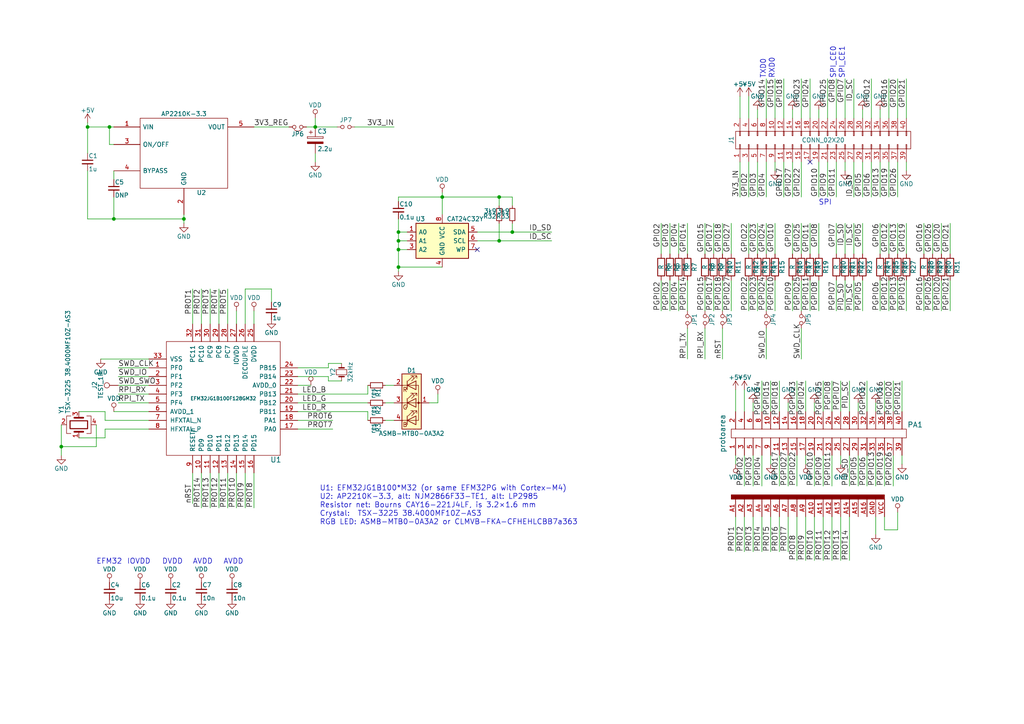
<source format=kicad_sch>
(kicad_sch (version 20230121) (generator eeschema)
  (paper "A4")
  (title_block (title "Raspberry Pi Gecko hat") (company "Jonas Norling"))
  (junction (at 115.57 77.47))
  (junction (at 53.34 63.5))
  (junction (at 33.02 63.5))
  (junction (at 91.44 36.83))
  (junction (at 148.59 67.31))
  (junction (at 31.75 36.83))
  (junction (at 115.57 69.85))
  (junction (at 17.78 129.54))
  (junction (at 25.4 36.83))
  (junction (at 128.27 57.15))
  (junction (at 115.57 67.31))
  (junction (at 144.78 57.15))
  (junction (at 115.57 72.39))
  (junction (at 144.78 69.85))
  (no_connect (at 138.43 72.39))
  (no_connect (at 234.95 46.99))
  (wire (pts (xy 256.54 119.38) (xy 256.54 110.49)))
  (wire (pts (xy 43.18 109.22) (xy 34.29 109.22)))
  (wire (pts (xy 215.9 160.02) (xy 215.9 149.86)))
  (wire (pts (xy 262.89 81.28) (xy 262.89 90.17)))
  (wire (pts (xy 115.57 57.15) (xy 128.27 57.15)))
  (wire (pts (xy 115.57 69.85) (xy 115.57 72.39)))
  (wire (pts (xy 68.58 90.17) (xy 68.58 93.98)))
  (wire (pts (xy 63.5 93.98) (xy 63.5 83.82)))
  (wire (pts (xy 115.57 63.5) (xy 115.57 67.31)))
  (wire (pts (xy 86.36 119.38) (xy 106.68 119.38)))
  (wire (pts (xy 111.76 121.92) (xy 114.3 121.92)))
  (wire (pts (xy 95.25 110.49) (xy 99.06 110.49)))
  (wire (pts (xy 53.34 62.23) (xy 53.34 63.5)))
  (wire (pts (xy 138.43 67.31) (xy 148.59 67.31)))
  (wire (pts (xy 275.59 81.28) (xy 275.59 90.17)))
  (wire (pts (xy 238.76 119.38) (xy 238.76 110.49)))
  (wire (pts (xy 227.33 34.29) (xy 227.33 22.86)))
  (wire (pts (xy 63.5 147.32) (xy 63.5 137.16)))
  (wire (pts (xy 251.46 119.38) (xy 251.46 110.49)))
  (wire (pts (xy 243.84 162.56) (xy 243.84 149.86)))
  (wire (pts (xy 217.17 46.99) (xy 217.17 57.15)))
  (wire (pts (xy 30.48 127) (xy 22.86 127)))
  (wire (pts (xy 33.02 49.53) (xy 33.02 52.07)))
  (wire (pts (xy 270.51 81.28) (xy 270.51 90.17)))
  (wire (pts (xy 217.17 64.77) (xy 217.17 73.66)))
  (wire (pts (xy 220.98 160.02) (xy 220.98 149.86)))
  (wire (pts (xy 246.38 140.97) (xy 246.38 132.08)))
  (wire (pts (xy 30.48 119.38) (xy 22.86 119.38)))
  (wire (pts (xy 111.76 111.76) (xy 114.3 111.76)))
  (wire (pts (xy 196.85 81.28) (xy 196.85 90.17)))
  (wire (pts (xy 251.46 140.97) (xy 251.46 132.08)))
  (wire (pts (xy 128.27 77.47) (xy 115.57 77.47)))
  (wire (pts (xy 236.22 116.84) (xy 236.22 119.38)))
  (wire (pts (xy 247.65 73.66) (xy 247.65 64.77)))
  (wire (pts (xy 252.73 46.99) (xy 252.73 57.15)))
  (wire (pts (xy 248.92 116.84) (xy 248.92 119.38)))
  (wire (pts (xy 227.33 46.99) (xy 227.33 57.15)))
  (wire (pts (xy 260.35 73.66) (xy 260.35 64.77)))
  (wire (pts (xy 222.25 57.15) (xy 222.25 46.99)))
  (wire (pts (xy 241.3 162.56) (xy 241.3 149.86)))
  (wire (pts (xy 245.11 73.66) (xy 245.11 64.77)))
  (wire (pts (xy 234.95 81.28) (xy 234.95 90.17)))
  (wire (pts (xy 115.57 72.39) (xy 115.57 77.47)))
  (wire (pts (xy 191.77 81.28) (xy 191.77 90.17)))
  (wire (pts (xy 224.79 34.29) (xy 224.79 22.86)))
  (wire (pts (xy 144.78 69.85) (xy 160.02 69.85)))
  (wire (pts (xy 43.18 111.76) (xy 34.29 111.76)))
  (wire (pts (xy 204.47 90.17) (xy 204.47 81.28)))
  (wire (pts (xy 245.11 81.28) (xy 245.11 90.17)))
  (wire (pts (xy 243.84 119.38) (xy 243.84 110.49)))
  (wire (pts (xy 214.63 27.94) (xy 214.63 34.29)))
  (wire (pts (xy 209.55 64.77) (xy 209.55 73.66)))
  (wire (pts (xy 127 116.84) (xy 127 114.3)))
  (wire (pts (xy 199.39 95.25) (xy 199.39 104.14)))
  (wire (pts (xy 222.25 64.77) (xy 222.25 73.66)))
  (wire (pts (xy 91.44 36.83) (xy 97.79 36.83)))
  (wire (pts (xy 95.25 105.41) (xy 99.06 105.41)))
  (wire (pts (xy 259.08 140.97) (xy 259.08 132.08)))
  (wire (pts (xy 86.36 116.84) (xy 106.68 116.84)))
  (wire (pts (xy 17.78 129.54) (xy 17.78 132.08)))
  (wire (pts (xy 223.52 134.62) (xy 223.52 132.08)))
  (wire (pts (xy 86.36 114.3) (xy 106.68 114.3)))
  (wire (pts (xy 128.27 57.15) (xy 128.27 62.23)))
  (wire (pts (xy 30.48 124.46) (xy 30.48 127)))
  (wire (pts (xy 118.11 69.85) (xy 115.57 69.85)))
  (wire (pts (xy 228.6 116.84) (xy 228.6 119.38)))
  (wire (pts (xy 219.71 57.15) (xy 219.71 46.99)))
  (wire (pts (xy 207.01 64.77) (xy 207.01 73.66)))
  (wire (pts (xy 226.06 160.02) (xy 226.06 149.86)))
  (wire (pts (xy 29.21 104.14) (xy 43.18 104.14)))
  (wire (pts (xy 95.25 106.68) (xy 95.25 105.41)))
  (wire (pts (xy 250.19 46.99) (xy 250.19 57.15)))
  (wire (pts (xy 213.36 160.02) (xy 213.36 149.86)))
  (wire (pts (xy 246.38 162.56) (xy 246.38 149.86)))
  (wire (pts (xy 25.4 63.5) (xy 33.02 63.5)))
  (wire (pts (xy 218.44 160.02) (xy 218.44 149.86)))
  (wire (pts (xy 255.27 73.66) (xy 255.27 64.77)))
  (wire (pts (xy 30.48 124.46) (xy 43.18 124.46)))
  (wire (pts (xy 223.52 119.38) (xy 223.52 110.49)))
  (wire (pts (xy 25.4 49.53) (xy 25.4 63.5)))
  (wire (pts (xy 219.71 31.75) (xy 219.71 34.29)))
  (wire (pts (xy 242.57 73.66) (xy 242.57 64.77)))
  (wire (pts (xy 222.25 90.17) (xy 222.25 81.28)))
  (wire (pts (xy 231.14 140.97) (xy 231.14 132.08)))
  (wire (pts (xy 68.58 147.32) (xy 68.58 137.16)))
  (wire (pts (xy 33.02 41.91) (xy 31.75 41.91)))
  (wire (pts (xy 30.48 121.92) (xy 43.18 121.92)))
  (wire (pts (xy 243.84 134.62) (xy 243.84 132.08)))
  (wire (pts (xy 250.19 81.28) (xy 250.19 90.17)))
  (wire (pts (xy 220.98 119.38) (xy 220.98 110.49)))
  (wire (pts (xy 209.55 90.17) (xy 209.55 81.28)))
  (wire (pts (xy 254 116.84) (xy 254 119.38)))
  (wire (pts (xy 194.31 64.77) (xy 194.31 73.66)))
  (wire (pts (xy 257.81 34.29) (xy 257.81 22.86)))
  (wire (pts (xy 43.18 116.84) (xy 34.29 116.84)))
  (wire (pts (xy 194.31 81.28) (xy 194.31 90.17)))
  (wire (pts (xy 242.57 46.99) (xy 242.57 57.15)))
  (wire (pts (xy 60.96 147.32) (xy 60.96 137.16)))
  (wire (pts (xy 118.11 72.39) (xy 115.57 72.39)))
  (wire (pts (xy 66.04 147.32) (xy 66.04 137.16)))
  (wire (pts (xy 31.75 41.91) (xy 31.75 36.83)))
  (wire (pts (xy 91.44 34.29) (xy 91.44 36.83)))
  (wire (pts (xy 214.63 46.99) (xy 214.63 57.15)))
  (wire (pts (xy 127 116.84) (xy 124.46 116.84)))
  (wire (pts (xy 273.05 81.28) (xy 273.05 90.17)))
  (wire (pts (xy 25.4 36.83) (xy 31.75 36.83)))
  (wire (pts (xy 232.41 22.86) (xy 232.41 34.29)))
  (wire (pts (xy 31.75 36.83) (xy 33.02 36.83)))
  (wire (pts (xy 232.41 64.77) (xy 232.41 73.66)))
  (wire (pts (xy 17.78 123.19) (xy 17.78 129.54)))
  (wire (pts (xy 240.03 46.99) (xy 240.03 57.15)))
  (wire (pts (xy 78.74 87.63) (xy 78.74 83.82)))
  (wire (pts (xy 234.95 34.29) (xy 234.95 22.86)))
  (wire (pts (xy 231.14 119.38) (xy 231.14 110.49)))
  (wire (pts (xy 215.9 140.97) (xy 215.9 132.08)))
  (wire (pts (xy 241.3 140.97) (xy 241.3 132.08)))
  (wire (pts (xy 250.19 31.75) (xy 250.19 34.29)))
  (wire (pts (xy 86.36 106.68) (xy 95.25 106.68)))
  (wire (pts (xy 226.06 119.38) (xy 226.06 110.49)))
  (wire (pts (xy 247.65 22.86) (xy 247.65 34.29)))
  (wire (pts (xy 148.59 57.15) (xy 148.59 59.69)))
  (wire (pts (xy 255.27 34.29) (xy 255.27 31.75)))
  (wire (pts (xy 232.41 95.25) (xy 232.41 104.14)))
  (wire (pts (xy 217.17 27.94) (xy 217.17 34.29)))
  (wire (pts (xy 60.96 93.98) (xy 60.96 83.82)))
  (wire (pts (xy 71.12 147.32) (xy 71.12 137.16)))
  (wire (pts (xy 240.03 34.29) (xy 240.03 22.86)))
  (wire (pts (xy 242.57 34.29) (xy 242.57 22.86)))
  (wire (pts (xy 232.41 46.99) (xy 232.41 57.15)))
  (wire (pts (xy 219.71 81.28) (xy 219.71 90.17)))
  (wire (pts (xy 267.97 73.66) (xy 267.97 64.77)))
  (wire (pts (xy 71.12 83.82) (xy 71.12 93.98)))
  (wire (pts (xy 260.35 153.67) (xy 260.35 148.59)))
  (wire (pts (xy 237.49 34.29) (xy 237.49 31.75)))
  (wire (pts (xy 260.35 34.29) (xy 260.35 22.86)))
  (wire (pts (xy 43.18 106.68) (xy 34.29 106.68)))
  (wire (pts (xy 204.47 95.25) (xy 204.47 104.14)))
  (wire (pts (xy 224.79 46.99) (xy 224.79 49.53)))
  (wire (pts (xy 55.88 93.98) (xy 55.88 83.82)))
  (wire (pts (xy 247.65 81.28) (xy 247.65 90.17)))
  (wire (pts (xy 215.9 113.03) (xy 215.9 119.38)))
  (wire (pts (xy 218.44 116.84) (xy 218.44 119.38)))
  (wire (pts (xy 254 149.86) (xy 254 154.94)))
  (wire (pts (xy 199.39 81.28) (xy 199.39 90.17)))
  (wire (pts (xy 254 140.97) (xy 254 132.08)))
  (wire (pts (xy 237.49 73.66) (xy 237.49 64.77)))
  (wire (pts (xy 213.36 134.62) (xy 213.36 132.08)))
  (wire (pts (xy 229.87 46.99) (xy 229.87 57.15)))
  (wire (pts (xy 247.65 46.99) (xy 247.65 57.15)))
  (wire (pts (xy 222.25 34.29) (xy 222.25 22.86)))
  (wire (pts (xy 212.09 64.77) (xy 212.09 73.66)))
  (wire (pts (xy 228.6 160.02) (xy 228.6 149.86)))
  (wire (pts (xy 255.27 46.99) (xy 255.27 57.15)))
  (wire (pts (xy 78.74 83.82) (xy 71.12 83.82)))
  (wire (pts (xy 242.57 81.28) (xy 242.57 90.17)))
  (wire (pts (xy 220.98 140.97) (xy 220.98 132.08)))
  (wire (pts (xy 111.76 116.84) (xy 114.3 116.84)))
  (wire (pts (xy 238.76 140.97) (xy 238.76 132.08)))
  (wire (pts (xy 256.54 153.67) (xy 260.35 153.67)))
  (wire (pts (xy 256.54 140.97) (xy 256.54 132.08)))
  (wire (pts (xy 73.66 90.17) (xy 73.66 93.98)))
  (wire (pts (xy 207.01 81.28) (xy 207.01 90.17)))
  (wire (pts (xy 204.47 73.66) (xy 204.47 64.77)))
  (wire (pts (xy 138.43 69.85) (xy 144.78 69.85)))
  (wire (pts (xy 106.68 119.38) (xy 106.68 121.92)))
  (wire (pts (xy 73.66 147.32) (xy 73.66 137.16)))
  (wire (pts (xy 229.87 90.17) (xy 229.87 81.28)))
  (wire (pts (xy 261.62 119.38) (xy 261.62 110.49)))
  (wire (pts (xy 199.39 73.66) (xy 199.39 64.77)))
  (wire (pts (xy 270.51 64.77) (xy 270.51 73.66)))
  (wire (pts (xy 53.34 63.5) (xy 53.34 64.77)))
  (wire (pts (xy 228.6 140.97) (xy 228.6 132.08)))
  (wire (pts (xy 33.02 119.38) (xy 43.18 119.38)))
  (wire (pts (xy 262.89 34.29) (xy 262.89 22.86)))
  (wire (pts (xy 102.87 36.83) (xy 114.3 36.83)))
  (wire (pts (xy 262.89 49.53) (xy 262.89 46.99)))
  (wire (pts (xy 115.57 77.47) (xy 115.57 78.74)))
  (wire (pts (xy 90.17 111.76) (xy 86.36 111.76)))
  (wire (pts (xy 196.85 64.77) (xy 196.85 73.66)))
  (wire (pts (xy 73.66 36.83) (xy 83.82 36.83)))
  (wire (pts (xy 257.81 46.99) (xy 257.81 57.15)))
  (wire (pts (xy 236.22 162.56) (xy 236.22 149.86)))
  (wire (pts (xy 43.18 114.3) (xy 34.29 114.3)))
  (wire (pts (xy 257.81 73.66) (xy 257.81 64.77)))
  (wire (pts (xy 246.38 119.38) (xy 246.38 110.49)))
  (wire (pts (xy 267.97 81.28) (xy 267.97 90.17)))
  (wire (pts (xy 219.71 73.66) (xy 219.71 64.77)))
  (wire (pts (xy 224.79 64.77) (xy 224.79 73.66)))
  (wire (pts (xy 252.73 34.29) (xy 252.73 22.86)))
  (wire (pts (xy 236.22 140.97) (xy 236.22 132.08)))
  (wire (pts (xy 245.11 22.86) (xy 245.11 34.29)))
  (wire (pts (xy 27.94 123.19) (xy 27.94 129.54)))
  (wire (pts (xy 128.27 57.15) (xy 144.78 57.15)))
  (wire (pts (xy 30.48 121.92) (xy 30.48 119.38)))
  (wire (pts (xy 232.41 90.17) (xy 232.41 81.28)))
  (wire (pts (xy 58.42 147.32) (xy 58.42 137.16)))
  (wire (pts (xy 248.92 140.97) (xy 248.92 132.08)))
  (wire (pts (xy 115.57 58.42) (xy 115.57 57.15)))
  (wire (pts (xy 25.4 35.56) (xy 25.4 36.83)))
  (wire (pts (xy 106.68 114.3) (xy 106.68 111.76)))
  (wire (pts (xy 257.81 81.28) (xy 257.81 90.17)))
  (wire (pts (xy 229.87 73.66) (xy 229.87 64.77)))
  (wire (pts (xy 224.79 81.28) (xy 224.79 90.17)))
  (wire (pts (xy 260.35 46.99) (xy 260.35 57.15)))
  (wire (pts (xy 234.95 73.66) (xy 234.95 64.77)))
  (wire (pts (xy 259.08 119.38) (xy 259.08 110.49)))
  (wire (pts (xy 250.19 73.66) (xy 250.19 64.77)))
  (wire (pts (xy 91.44 44.45) (xy 91.44 46.99)))
  (wire (pts (xy 256.54 149.86) (xy 256.54 153.67)))
  (wire (pts (xy 233.68 162.56) (xy 233.68 149.86)))
  (wire (pts (xy 25.4 36.83) (xy 25.4 44.45)))
  (wire (pts (xy 229.87 31.75) (xy 229.87 34.29)))
  (wire (pts (xy 218.44 140.97) (xy 218.44 132.08)))
  (wire (pts (xy 262.89 64.77) (xy 262.89 73.66)))
  (wire (pts (xy 226.06 140.97) (xy 226.06 132.08)))
  (wire (pts (xy 222.25 95.25) (xy 222.25 104.14)))
  (wire (pts (xy 88.9 36.83) (xy 91.44 36.83)))
  (wire (pts (xy 33.02 63.5) (xy 53.34 63.5)))
  (wire (pts (xy 191.77 64.77) (xy 191.77 73.66)))
  (wire (pts (xy 27.94 129.54) (xy 17.78 129.54)))
  (wire (pts (xy 260.35 81.28) (xy 260.35 90.17)))
  (wire (pts (xy 58.42 93.98) (xy 58.42 83.82)))
  (wire (pts (xy 233.68 119.38) (xy 233.68 110.49)))
  (wire (pts (xy 273.05 73.66) (xy 273.05 64.77)))
  (wire (pts (xy 144.78 59.69) (xy 144.78 57.15)))
  (wire (pts (xy 144.78 57.15) (xy 148.59 57.15)))
  (wire (pts (xy 33.02 57.15) (xy 33.02 63.5)))
  (wire (pts (xy 212.09 81.28) (xy 212.09 90.17)))
  (wire (pts (xy 66.04 93.98) (xy 66.04 83.82)))
  (wire (pts (xy 238.76 162.56) (xy 238.76 149.86)))
  (wire (pts (xy 148.59 64.77) (xy 148.59 67.31)))
  (wire (pts (xy 115.57 67.31) (xy 115.57 69.85)))
  (wire (pts (xy 233.68 134.62) (xy 233.68 132.08)))
  (wire (pts (xy 245.11 49.53) (xy 245.11 46.99)))
  (wire (pts (xy 223.52 160.02) (xy 223.52 149.86)))
  (wire (pts (xy 213.36 113.03) (xy 213.36 119.38)))
  (wire (pts (xy 86.36 109.22) (xy 95.25 109.22)))
  (wire (pts (xy 275.59 64.77) (xy 275.59 73.66)))
  (wire (pts (xy 209.55 95.25) (xy 209.55 104.14)))
  (wire (pts (xy 148.59 67.31) (xy 160.02 67.31)))
  (wire (pts (xy 255.27 81.28) (xy 255.27 90.17)))
  (wire (pts (xy 128.27 55.88) (xy 128.27 57.15)))
  (wire (pts (xy 261.62 134.62) (xy 261.62 132.08)))
  (wire (pts (xy 118.11 67.31) (xy 115.57 67.31)))
  (wire (pts (xy 241.3 119.38) (xy 241.3 110.49)))
  (wire (pts (xy 86.36 124.46) (xy 96.52 124.46)))
  (wire (pts (xy 144.78 64.77) (xy 144.78 69.85)))
  (wire (pts (xy 86.36 121.92) (xy 96.52 121.92)))
  (wire (pts (xy 237.49 46.99) (xy 237.49 57.15)))
  (wire (pts (xy 95.25 109.22) (xy 95.25 110.49)))
  (wire (pts (xy 217.17 81.28) (xy 217.17 90.17)))
  (wire (pts (xy 237.49 81.28) (xy 237.49 90.17)))
  (wire (pts (xy 231.14 162.56) (xy 231.14 149.86)))
  (wire (pts (xy 55.88 137.16) (xy 55.88 146.05)))
  (text "SPI_CE0" (at 242.57 22.86 90) (effects (font (size 1.524 1.524)) (justify left bottom)))
  (text "AVDD" (at 55.88 163.83 0) (effects (font (size 1.524 1.524)) (justify left bottom)))
  (text "AVDD" (at 64.77 163.83 0) (effects (font (size 1.524 1.524)) (justify left bottom)))
  (text "EFM32" (at 27.94 163.83 0) (effects (font (size 1.524 1.524)) (justify left bottom)))
  (text "U1: EFM32JG1B100*M32 (or same EFM32PG with Cortex-M4)\nU2: AP2210K-3.3, alt: NJM2866F33-TE1, alt: LP2985\nResistor net: Bourns CAY16-221J4LF, is 3.2×1.6 mm\nCrystal:  TSX-3225 38.4000MF10Z-AS3\nRGB LED: ASMB-MTB0-0A3A2 or CLMVB-FKA-CFHEHLCBB7a363\n" (at 92.71 152.4 0) (effects (font (size 1.524 1.524)) (justify left bottom)))
  (text "IOVDD" (at 36.83 163.83 0) (effects (font (size 1.524 1.524)) (justify left bottom)))
  (text "DVDD" (at 46.99 163.83 0) (effects (font (size 1.524 1.524)) (justify left bottom)))
  (text "RXD0" (at 224.79 22.86 90) (effects (font (size 1.524 1.524)) (justify left bottom)))
  (text "SPI" (at 241.3 59.69 0) (effects (font (size 1.524 1.524)) (justify right bottom)))
  (text "SPI_CE1" (at 245.11 22.86 90) (effects (font (size 1.524 1.524)) (justify left bottom)))
  (text "TXD0" (at 222.25 22.86 90) (effects (font (size 1.524 1.524)) (justify left bottom)))
  (label "PROT11" (at 66.04 147.32 90) (effects (font (size 1.524 1.524))))
  (label "PROT2" (at 58.42 83.82 270) (effects (font (size 1.524 1.524))))
  (label "GPIO25" (at 232.41 64.77 270) (effects (font (size 1.524 1.524))))
  (label "PGPIO21" (at 261.62 110.49 270) (effects (font (size 1.524 1.524))))
  (label "RPI_TX" (at 34.29 116.84 0) (effects (font (size 1.524 1.524))))
  (label "GPIO15" (at 224.79 22.86 270) (effects (font (size 1.524 1.524))))
  (label "GPIO27" (at 229.87 57.15 90) (effects (font (size 1.524 1.524))))
  (label "PGPIO18" (at 226.06 110.49 270) (effects (font (size 1.524 1.524))))
  (label "PGPIO20" (at 259.08 110.49 270) (effects (font (size 1.524 1.524))))
  (label "PROT3" (at 218.44 160.02 90) (effects (font (size 1.524 1.524))))
  (label "GPIO7" (at 245.11 22.86 270) (effects (font (size 1.524 1.524))))
  (label "ID_SC" (at 247.65 64.77 270) (effects (font (size 1.524 1.524))))
  (label "PROT9" (at 233.68 162.56 90) (effects (font (size 1.524 1.524))))
  (label "GPIO12" (at 257.81 64.77 270) (effects (font (size 1.524 1.524))))
  (label "PROT6" (at 96.52 121.92 180) (effects (font (size 1.524 1.524))))
  (label "GPIO7" (at 242.57 64.77 270) (effects (font (size 1.524 1.524))))
  (label "PGPIO23" (at 219.71 90.17 90) (effects (font (size 1.524 1.524))))
  (label "GPIO24" (at 222.25 64.77 270) (effects (font (size 1.524 1.524))))
  (label "PGPIO11" (at 234.95 90.17 90) (effects (font (size 1.524 1.524))))
  (label "PGPIO17" (at 226.06 140.97 90) (effects (font (size 1.524 1.524))))
  (label "PGPIO25" (at 232.41 90.17 90) (effects (font (size 1.524 1.524))))
  (label "GPIO10" (at 237.49 57.15 90) (effects (font (size 1.524 1.524))))
  (label "PGPIO5" (at 248.92 140.97 90) (effects (font (size 1.524 1.524))))
  (label "PGPIO27" (at 228.6 140.97 90) (effects (font (size 1.524 1.524))))
  (label "PGPIO12" (at 257.81 90.17 90) (effects (font (size 1.524 1.524))))
  (label "PGPIO10" (at 236.22 140.97 90) (effects (font (size 1.524 1.524))))
  (label "SWD_SWO" (at 34.29 111.76 0) (effects (font (size 1.524 1.524))))
  (label "PGPIO2" (at 191.77 90.17 90) (effects (font (size 1.524 1.524))))
  (label "GPIO26" (at 260.35 57.15 90) (effects (font (size 1.524 1.524))))
  (label "ID_SD" (at 160.02 67.31 180) (effects (font (size 1.524 1.524))))
  (label "PGPIO8" (at 241.3 110.49 270) (effects (font (size 1.524 1.524))))
  (label "RPI_RX" (at 34.29 114.3 0) (effects (font (size 1.524 1.524))))
  (label "PGPIO16" (at 256.54 110.49 270) (effects (font (size 1.524 1.524))))
  (label "PGPIO2" (at 215.9 140.97 90) (effects (font (size 1.524 1.524))))
  (label "SWD_IO" (at 34.29 109.22 0) (effects (font (size 1.524 1.524))))
  (label "PGPIO3" (at 218.44 140.97 90) (effects (font (size 1.524 1.524))))
  (label "GPIO18" (at 227.33 22.86 270) (effects (font (size 1.524 1.524))))
  (label "PGPIO26" (at 259.08 140.97 90) (effects (font (size 1.524 1.524))))
  (label "SWD_CLK" (at 232.41 104.14 90) (effects (font (size 1.524 1.524))))
  (label "GPIO2" (at 191.77 64.77 270) (effects (font (size 1.524 1.524))))
  (label "GPIO9" (at 229.87 64.77 270) (effects (font (size 1.524 1.524))))
  (label "PGPIO22" (at 217.17 90.17 90) (effects (font (size 1.524 1.524))))
  (label "GPIO13" (at 255.27 57.15 90) (effects (font (size 1.524 1.524))))
  (label "PGPIO11" (at 241.3 140.97 90) (effects (font (size 1.524 1.524))))
  (label "GPIO4" (at 196.85 64.77 270) (effects (font (size 1.524 1.524))))
  (label "PGPIO20" (at 273.05 90.17 90) (effects (font (size 1.524 1.524))))
  (label "PGPIO14" (at 220.98 110.49 270) (effects (font (size 1.524 1.524))))
  (label "PROT8" (at 73.66 147.32 90) (effects (font (size 1.524 1.524))))
  (label "LED_B" (at 87.63 114.3 0) (effects (font (size 1.524 1.524))))
  (label "GPIO3" (at 194.31 64.77 270) (effects (font (size 1.524 1.524))))
  (label "PROT13" (at 60.96 147.32 90) (effects (font (size 1.524 1.524))))
  (label "PROT5" (at 66.04 83.82 270) (effects (font (size 1.524 1.524))))
  (label "GPIO23" (at 232.41 22.86 270) (effects (font (size 1.524 1.524))))
  (label "PGPIO15" (at 223.52 110.49 270) (effects (font (size 1.524 1.524))))
  (label "PGPIO24" (at 233.68 110.49 270) (effects (font (size 1.524 1.524))))
  (label "PROT14" (at 58.42 147.32 90) (effects (font (size 1.524 1.524))))
  (label "GPIO25" (at 240.03 22.86 270) (effects (font (size 1.524 1.524))))
  (label "PGPIO14" (at 199.39 90.17 90) (effects (font (size 1.524 1.524))))
  (label "GPIO19" (at 257.81 57.15 90) (effects (font (size 1.524 1.524))))
  (label "GPIO17" (at 207.01 64.77 270) (effects (font (size 1.524 1.524))))
  (label "PGPIO4" (at 196.85 90.17 90) (effects (font (size 1.524 1.524))))
  (label "PGPIO3" (at 194.31 90.17 90) (effects (font (size 1.524 1.524))))
  (label "GPIO6" (at 252.73 57.15 90) (effects (font (size 1.524 1.524))))
  (label "PGPIO4" (at 220.98 140.97 90) (effects (font (size 1.524 1.524))))
  (label "GPIO11" (at 242.57 57.15 90) (effects (font (size 1.524 1.524))))
  (label "GPIO8" (at 242.57 22.86 270) (effects (font (size 1.524 1.524))))
  (label "GPIO21" (at 275.59 64.77 270) (effects (font (size 1.524 1.524))))
  (label "GPIO14" (at 222.25 22.86 270) (effects (font (size 1.524 1.524))))
  (label "ID_SC" (at 247.65 22.86 270) (effects (font (size 1.524 1.524))))
  (label "nRST" (at 209.55 104.14 90) (effects (font (size 1.524 1.524))))
  (label "PGPIO27" (at 212.09 90.17 90) (effects (font (size 1.524 1.524))))
  (label "PROT8" (at 231.14 162.56 90) (effects (font (size 1.524 1.524))))
  (label "nRST" (at 55.88 146.05 90) (effects (font (size 1.524 1.524))))
  (label "GPIO11" (at 234.95 64.77 270) (effects (font (size 1.524 1.524))))
  (label "GPIO16" (at 267.97 64.77 270) (effects (font (size 1.524 1.524))))
  (label "PROT2" (at 215.9 160.02 90) (effects (font (size 1.524 1.524))))
  (label "PGPIO21" (at 275.59 90.17 90) (effects (font (size 1.524 1.524))))
  (label "PGPIO19" (at 262.89 90.17 90) (effects (font (size 1.524 1.524))))
  (label "PROT10" (at 236.22 162.56 90) (effects (font (size 1.524 1.524))))
  (label "PGPIO25" (at 238.76 110.49 270) (effects (font (size 1.524 1.524))))
  (label "GPIO20" (at 260.35 22.86 270) (effects (font (size 1.524 1.524))))
  (label "PROT11" (at 238.76 162.56 90) (effects (font (size 1.524 1.524))))
  (label "GPIO18" (at 209.55 64.77 270) (effects (font (size 1.524 1.524))))
  (label "GPIO22" (at 232.41 57.15 90) (effects (font (size 1.524 1.524))))
  (label "PGPIO18" (at 209.55 90.17 90) (effects (font (size 1.524 1.524))))
  (label "SWD_CLK" (at 34.29 106.68 0) (effects (font (size 1.524 1.524))))
  (label "GPIO2" (at 217.17 57.15 90) (effects (font (size 1.524 1.524))))
  (label "GPIO8" (at 237.49 64.77 270) (effects (font (size 1.524 1.524))))
  (label "GPIO23" (at 219.71 64.77 270) (effects (font (size 1.524 1.524))))
  (label "PROT4" (at 63.5 83.82 270) (effects (font (size 1.524 1.524))))
  (label "SWD_IO" (at 222.25 104.14 90) (effects (font (size 1.524 1.524))))
  (label "GPIO6" (at 255.27 64.77 270) (effects (font (size 1.524 1.524))))
  (label "PGPIO9" (at 229.87 90.17 90) (effects (font (size 1.524 1.524))))
  (label "PID_SC" (at 246.38 110.49 270) (effects (font (size 1.524 1.524))))
  (label "GPIO16" (at 257.81 22.86 270) (effects (font (size 1.524 1.524))))
  (label "LED_G" (at 87.63 116.84 0) (effects (font (size 1.524 1.524))))
  (label "PGPIO24" (at 222.25 90.17 90) (effects (font (size 1.524 1.524))))
  (label "PROT9" (at 71.12 147.32 90) (effects (font (size 1.524 1.524))))
  (label "PROT1" (at 55.88 83.82 270) (effects (font (size 1.524 1.524))))
  (label "GPIO10" (at 224.79 64.77 270) (effects (font (size 1.524 1.524))))
  (label "GPIO9" (at 240.03 57.15 90) (effects (font (size 1.524 1.524))))
  (label "PGPIO9" (at 238.76 140.97 90) (effects (font (size 1.524 1.524))))
  (label "PGPIO8" (at 237.49 90.17 90) (effects (font (size 1.524 1.524))))
  (label "PGPIO13" (at 254 140.97 90) (effects (font (size 1.524 1.524))))
  (label "PGPIO6" (at 251.46 140.97 90) (effects (font (size 1.524 1.524))))
  (label "ID_SD" (at 245.11 64.77 270) (effects (font (size 1.524 1.524))))
  (label "LED_R" (at 87.63 119.38 0) (effects (font (size 1.524 1.524))))
  (label "RPI_RX" (at 204.47 104.14 90) (effects (font (size 1.524 1.524))))
  (label "PROT5" (at 223.52 160.02 90) (effects (font (size 1.524 1.524))))
  (label "GPIO24" (at 234.95 22.86 270) (effects (font (size 1.524 1.524))))
  (label "ID_SC" (at 160.02 69.85 180) (effects (font (size 1.524 1.524))))
  (label "GPIO12" (at 252.73 22.86 270) (effects (font (size 1.524 1.524))))
  (label "GPIO5" (at 250.19 64.77 270) (effects (font (size 1.524 1.524))))
  (label "GPIO5" (at 250.19 57.15 90) (effects (font (size 1.524 1.524))))
  (label "GPIO20" (at 273.05 64.77 270) (effects (font (size 1.524 1.524))))
  (label "GPIO22" (at 217.17 64.77 270) (effects (font (size 1.524 1.524))))
  (label "PROT12" (at 63.5 147.32 90) (effects (font (size 1.524 1.524))))
  (label "PGPIO23" (at 231.14 110.49 270) (effects (font (size 1.524 1.524))))
  (label "GPIO4" (at 222.25 57.15 90) (effects (font (size 1.524 1.524))))
  (label "3V3_IN" (at 214.63 57.15 90) (effects (font (size 1.524 1.524))))
  (label "GPIO17" (at 227.33 57.15 90) (effects (font (size 1.524 1.524))))
  (label "PGPIO19" (at 256.54 140.97 90) (effects (font (size 1.524 1.524))))
  (label "PROT6" (at 226.06 160.02 90) (effects (font (size 1.524 1.524))))
  (label "PID_SD" (at 246.38 140.97 90) (effects (font (size 1.524 1.524))))
  (label "PGPIO26" (at 270.51 90.17 90) (effects (font (size 1.524 1.524))))
  (label "PROT7" (at 228.6 160.02 90) (effects (font (size 1.524 1.524))))
  (label "PID_SD" (at 245.11 90.17 90) (effects (font (size 1.524 1.524))))
  (label "3V3_REG" (at 73.66 36.83 0) (effects (font (size 1.524 1.524))))
  (label "GPIO26" (at 270.51 64.77 270) (effects (font (size 1.524 1.524))))
  (label "PGPIO17" (at 207.01 90.17 90) (effects (font (size 1.524 1.524))))
  (label "GPIO13" (at 260.35 64.77 270) (effects (font (size 1.524 1.524))))
  (label "PROT7" (at 96.52 124.46 180) (effects (font (size 1.524 1.524))))
  (label "GPIO19" (at 262.89 64.77 270) (effects (font (size 1.524 1.524))))
  (label "GPIO21" (at 262.89 22.86 270) (effects (font (size 1.524 1.524))))
  (label "GPIO14" (at 199.39 64.77 270) (effects (font (size 1.524 1.524))))
  (label "GPIO27" (at 212.09 64.77 270) (effects (font (size 1.524 1.524))))
  (label "PGPIO15" (at 204.47 90.17 90) (effects (font (size 1.524 1.524))))
  (label "PGPIO5" (at 250.19 90.17 90) (effects (font (size 1.524 1.524))))
  (label "RPI_TX" (at 199.39 104.14 90) (effects (font (size 1.524 1.524))))
  (label "PGPIO6" (at 255.27 90.17 90) (effects (font (size 1.524 1.524))))
  (label "PROT4" (at 220.98 160.02 90) (effects (font (size 1.524 1.524))))
  (label "ID_SD" (at 247.65 57.15 90) (effects (font (size 1.524 1.524))))
  (label "PROT13" (at 243.84 162.56 90) (effects (font (size 1.524 1.524))))
  (label "3V3_IN" (at 114.3 36.83 180) (effects (font (size 1.524 1.524))))
  (label "PROT14" (at 246.38 162.56 90) (effects (font (size 1.524 1.524))))
  (label "GPIO3" (at 219.71 57.15 90) (effects (font (size 1.524 1.524))))
  (label "PGPIO10" (at 224.79 90.17 90) (effects (font (size 1.524 1.524))))
  (label "PID_SC" (at 247.65 90.17 90) (effects (font (size 1.524 1.524))))
  (label "PROT10" (at 68.58 147.32 90) (effects (font (size 1.524 1.524))))
  (label "PGPIO13" (at 260.35 90.17 90) (effects (font (size 1.524 1.524))))
  (label "PGPIO16" (at 267.97 90.17 90) (effects (font (size 1.524 1.524))))
  (label "PROT12" (at 241.3 162.56 90) (effects (font (size 1.524 1.524))))
  (label "PROT1" (at 213.36 160.02 90) (effects (font (size 1.524 1.524))))
  (label "PGPIO22" (at 231.14 140.97 90) (effects (font (size 1.524 1.524))))
  (label "PGPIO7" (at 243.84 110.49 270) (effects (font (size 1.524 1.524))))
  (label "PROT3" (at 60.96 83.82 270) (effects (font (size 1.524 1.524))))
  (label "PGPIO7" (at 242.57 90.17 90) (effects (font (size 1.524 1.524))))
  (label "PGPIO12" (at 251.46 110.49 270) (effects (font (size 1.524 1.524))))
  (label "GPIO15" (at 204.47 64.77 270) (effects (font (size 1.524 1.524))))
  (symbol (lib_id "geckohat-rescue:CONN_02X20") (at 238.76 40.64 90) (unit 1)
    (property "Reference" "J1" (at 212.09 40.64 0))
    (property "Value" "CONN_02X20" (at 238.76 40.64 90))
    (property "Footprint" "Pin_Headers:Pin_Header_Straight_2x20_Pitch2.54mm" (effects hide))
  )
  (symbol (lib_id "geckohat-rescue:Crystal_Small") (at 99.06 107.95 90) (unit 1)
    (property "Reference" "Y2" (at 96.52 107.95 0))
    (property "Value" "32kHz" (at 101.6 107.95 0))
    (property "Footprint" "Crystals:Crystal_C26-LF_d2.1mm_l6.5mm_Vertical" (effects hide))
  )
  (symbol (lib_id "geckohat-rescue:GND") (at 29.21 104.14 0) (unit 1)
    (property "Reference" "#PWR3" (effects hide))
    (property "Value" "GND" (at 29.21 107.95 0))
  )
  (symbol (lib_id "geckohat-rescue:GND") (at 224.79 49.53 0) (unit 1)
    (property "Reference" "#PWR33" (effects hide))
    (property "Value" "GND" (at 224.79 53.34 0))
  )
  (symbol (lib_id "geckohat-rescue:GND") (at 245.11 49.53 0) (unit 1)
    (property "Reference" "#PWR40" (effects hide))
    (property "Value" "GND" (at 245.11 53.34 0))
  )
  (symbol (lib_id "geckohat-rescue:GND") (at 219.71 31.75 180) (unit 1)
    (property "Reference" "#PWR31" (effects hide))
    (property "Value" "GND" (at 219.71 27.94 0))
  )
  (symbol (lib_id "geckohat-rescue:GND") (at 229.87 31.75 180) (unit 1)
    (property "Reference" "#PWR35" (effects hide))
    (property "Value" "GND" (at 229.87 27.94 0))
  )
  (symbol (lib_id "geckohat-rescue:GND") (at 237.49 31.75 180) (unit 1)
    (property "Reference" "#PWR38" (effects hide))
    (property "Value" "GND" (at 237.49 27.94 0))
  )
  (symbol (lib_id "geckohat-rescue:GND") (at 250.19 31.75 180) (unit 1)
    (property "Reference" "#PWR42" (effects hide))
    (property "Value" "GND" (at 250.19 27.94 0))
  )
  (symbol (lib_id "geckohat-rescue:GND") (at 255.27 31.75 180) (unit 1)
    (property "Reference" "#PWR45" (effects hide))
    (property "Value" "GND" (at 255.27 27.94 0))
  )
  (symbol (lib_id "geckohat-rescue:+5V") (at 214.63 27.94 0) (unit 1)
    (property "Reference" "#PWR27" (effects hide))
    (property "Value" "+5V" (at 214.63 24.384 0))
  )
  (symbol (lib_id "geckohat-rescue:+5V") (at 217.17 27.94 0) (unit 1)
    (property "Reference" "#PWR29" (effects hide))
    (property "Value" "+5V" (at 217.17 24.384 0))
  )
  (symbol (lib_id "geckohat-rescue:LP2985LV") (at 53.34 44.45 0) (unit 1)
    (property "Reference" "U2" (at 58.42 55.88 0))
    (property "Value" "AP2210K-3.3" (at 53.34 33.02 0))
    (property "Footprint" "TO_SOT_Packages_SMD:SOT-23-5_HandSoldering" (effects hide))
  )
  (symbol (lib_id "geckohat-rescue:+5V") (at 25.4 35.56 0) (unit 1)
    (property "Reference" "#PWR2" (effects hide))
    (property "Value" "+5V" (at 25.4 32.004 0))
  )
  (symbol (lib_id "geckohat-rescue:GND") (at 53.34 64.77 0) (unit 1)
    (property "Reference" "#PWR11" (effects hide))
    (property "Value" "GND" (at 53.34 68.58 0))
  )
  (symbol (lib_id "geckohat-rescue:VDD") (at 91.44 34.29 0) (unit 1)
    (property "Reference" "#PWR20" (effects hide))
    (property "Value" "VDD" (at 91.44 30.48 0))
  )
  (symbol (lib_id "geckohat-rescue:CP") (at 91.44 40.64 0) (unit 1)
    (property "Reference" "C3" (at 92.075 38.1 0) (effects (justify left)))
    (property "Value" "2.2u" (at 92.075 43.18 0) (effects (justify left)))
    (property "Footprint" "c_local:C_0603_1608Metric_Pad0.84x1.00mm_HandSolder" (effects hide))
  )
  (symbol (lib_id "geckohat-rescue:GND") (at 91.44 46.99 0) (unit 1)
    (property "Reference" "#PWR21" (effects hide))
    (property "Value" "GND" (at 91.44 50.8 0))
  )
  (symbol (lib_id "geckohat-rescue:C_Small") (at 49.53 171.45 0) (unit 1)
    (property "Reference" "C2" (at 49.784 169.672 0) (effects (justify left)))
    (property "Value" "0.1u" (at 49.784 173.482 0) (effects (justify left)))
    (property "Footprint" "c_local:C_0603_1608Metric_Pad0.84x1.00mm_HandSolder" (effects hide))
  )
  (symbol (lib_id "efm32jg1:EFM32JG1B100*M32") (at 64.77 115.57 0) (unit 1)
    (property "Reference" "U1" (at 80.01 133.35 0) (effects (font (size 1.524 1.524))))
    (property "Value" "EFM32JG1B100F128GM32" (at 64.77 115.57 0) (effects (font (size 0.9906 0.9906))))
    (property "Footprint" "qfn:QFN-32-handsolder" (effects hide))
  )
  (symbol (lib_id "geckohat-rescue:VDD") (at 90.17 111.76 0) (unit 1)
    (property "Reference" "#PWR19" (effects hide))
    (property "Value" "VDD" (at 90.17 107.95 0))
  )
  (symbol (lib_id "geckohat-rescue:VDD") (at 33.02 119.38 0) (unit 1)
    (property "Reference" "#PWR6" (effects hide))
    (property "Value" "VDD" (at 33.02 115.57 0))
  )
  (symbol (lib_id "geckohat-rescue:VDD") (at 49.53 168.91 0) (unit 1)
    (property "Reference" "#PWR9" (effects hide))
    (property "Value" "VDD" (at 49.53 165.1 0))
  )
  (symbol (lib_id "geckohat-rescue:GND") (at 49.53 173.99 0) (unit 1)
    (property "Reference" "#PWR10" (effects hide))
    (property "Value" "GND" (at 49.53 177.8 0))
  )
  (symbol (lib_id "geckohat-rescue:VDD") (at 68.58 90.17 0) (unit 1)
    (property "Reference" "#PWR16" (effects hide))
    (property "Value" "VDD" (at 68.58 86.36 0))
  )
  (symbol (lib_id "geckohat-rescue:VDD") (at 73.66 90.17 0) (unit 1)
    (property "Reference" "#PWR17" (effects hide))
    (property "Value" "VDD" (at 73.66 86.36 0))
  )
  (symbol (lib_id "geckohat-rescue:C_Small") (at 78.74 90.17 0) (unit 1)
    (property "Reference" "C9" (at 78.994 88.392 0) (effects (justify left)))
    (property "Value" "1u" (at 78.994 92.202 0) (effects (justify left)))
    (property "Footprint" "c_local:C_0603_1608Metric_Pad0.84x1.00mm_HandSolder" (effects hide))
  )
  (symbol (lib_id "geckohat-rescue:GND") (at 78.74 92.71 0) (unit 1)
    (property "Reference" "#PWR18" (effects hide))
    (property "Value" "GND" (at 78.74 96.52 0))
  )
  (symbol (lib_id "geckohat-rescue:C_Small") (at 40.64 171.45 0) (unit 1)
    (property "Reference" "C6" (at 40.894 169.672 0) (effects (justify left)))
    (property "Value" "0.1u" (at 40.894 173.482 0) (effects (justify left)))
    (property "Footprint" "c_local:C_0603_1608Metric_Pad0.84x1.00mm_HandSolder" (effects hide))
  )
  (symbol (lib_id "geckohat-rescue:VDD") (at 40.64 168.91 0) (unit 1)
    (property "Reference" "#PWR7" (effects hide))
    (property "Value" "VDD" (at 40.64 165.1 0))
  )
  (symbol (lib_id "geckohat-rescue:GND") (at 40.64 173.99 0) (unit 1)
    (property "Reference" "#PWR8" (effects hide))
    (property "Value" "GND" (at 40.64 177.8 0))
  )
  (symbol (lib_id "geckohat-rescue:C_Small") (at 31.75 171.45 0) (unit 1)
    (property "Reference" "C4" (at 32.004 169.672 0) (effects (justify left)))
    (property "Value" "10u" (at 32.004 173.482 0) (effects (justify left)))
    (property "Footprint" "c_local:C_1206_3216Metric_Pad1.24x1.80mm_HandSolder" (effects hide))
  )
  (symbol (lib_id "geckohat-rescue:VDD") (at 31.75 168.91 0) (unit 1)
    (property "Reference" "#PWR4" (effects hide))
    (property "Value" "VDD" (at 31.75 165.1 0))
  )
  (symbol (lib_id "geckohat-rescue:GND") (at 31.75 173.99 0) (unit 1)
    (property "Reference" "#PWR5" (effects hide))
    (property "Value" "GND" (at 31.75 177.8 0))
  )
  (symbol (lib_id "geckohat-rescue:C_Small") (at 58.42 171.45 0) (unit 1)
    (property "Reference" "C7" (at 58.674 169.672 0) (effects (justify left)))
    (property "Value" "10n" (at 58.674 173.482 0) (effects (justify left)))
    (property "Footprint" "c_local:C_0603_1608Metric_Pad0.84x1.00mm_HandSolder" (effects hide))
  )
  (symbol (lib_id "geckohat-rescue:VDD") (at 58.42 168.91 0) (unit 1)
    (property "Reference" "#PWR12" (effects hide))
    (property "Value" "VDD" (at 58.42 165.1 0))
  )
  (symbol (lib_id "geckohat-rescue:GND") (at 58.42 173.99 0) (unit 1)
    (property "Reference" "#PWR13" (effects hide))
    (property "Value" "GND" (at 58.42 177.8 0))
  )
  (symbol (lib_id "geckohat-rescue:C_Small") (at 67.31 171.45 0) (unit 1)
    (property "Reference" "C8" (at 67.564 169.672 0) (effects (justify left)))
    (property "Value" "10n" (at 67.564 173.482 0) (effects (justify left)))
    (property "Footprint" "c_local:C_0603_1608Metric_Pad0.84x1.00mm_HandSolder" (effects hide))
  )
  (symbol (lib_id "geckohat-rescue:VDD") (at 67.31 168.91 0) (unit 1)
    (property "Reference" "#PWR14" (effects hide))
    (property "Value" "VDD" (at 67.31 165.1 0))
  )
  (symbol (lib_id "geckohat-rescue:GND") (at 67.31 173.99 0) (unit 1)
    (property "Reference" "#PWR15" (effects hide))
    (property "Value" "GND" (at 67.31 177.8 0))
  )
  (symbol (lib_id "geckohat-rescue:C_Small") (at 25.4 46.99 0) (unit 1)
    (property "Reference" "C1" (at 25.654 45.212 0) (effects (justify left)))
    (property "Value" "1u" (at 25.654 49.022 0) (effects (justify left)))
    (property "Footprint" "c_local:C_0603_1608Metric_Pad0.84x1.00mm_HandSolder" (effects hide))
  )
  (symbol (lib_id "geckohat-rescue:C_Small") (at 33.02 54.61 0) (unit 1)
    (property "Reference" "C5" (at 33.274 52.832 0) (effects (justify left)))
    (property "Value" "DNP" (at 33.274 56.642 0) (effects (justify left)))
    (property "Footprint" "c_local:C_0603_1608Metric_Pad0.84x1.00mm_HandSolder" (effects hide))
  )
  (symbol (lib_id "geckohat-rescue:R_Small") (at 109.22 111.76 270) (unit 1)
    (property "Reference" "R1" (at 109.728 112.522 0) (effects (justify left)))
    (property "Value" "res" (at 108.204 112.522 0) (effects (justify left)))
    (property "Footprint" "r_local:R_0603_1608Metric_Pad0.84x1.00mm_HandSolder" (effects hide))
  )
  (symbol (lib_id "geckohat-rescue:R_Small") (at 109.22 116.84 270) (unit 1)
    (property "Reference" "R2" (at 109.728 117.602 0) (effects (justify left)))
    (property "Value" "res" (at 108.204 117.602 0) (effects (justify left)))
    (property "Footprint" "r_local:R_0603_1608Metric_Pad0.84x1.00mm_HandSolder" (effects hide))
  )
  (symbol (lib_id "geckohat-rescue:R_Small") (at 109.22 121.92 270) (unit 1)
    (property "Reference" "R3" (at 109.728 122.682 0) (effects (justify left)))
    (property "Value" "res" (at 108.204 122.682 0) (effects (justify left)))
    (property "Footprint" "r_local:R_0603_1608Metric_Pad0.84x1.00mm_HandSolder" (effects hide))
  )
  (symbol (lib_id "geckohat-rescue:VDD") (at 127 114.3 0) (unit 1)
    (property "Reference" "#PWR23" (effects hide))
    (property "Value" "VDD" (at 127 110.49 0))
  )
  (symbol (lib_id "protoarea:protoarea") (at 237.49 125.73 0) (unit 1)
    (property "Reference" "PA1" (at 265.43 123.19 0) (effects (font (size 1.524 1.524))))
    (property "Value" "protoarea" (at 209.55 125.73 90) (effects (font (size 1.524 1.524))))
    (property "Footprint" "protoarea:protoarea" (effects hide))
  )
  (symbol (lib_id "geckohat-rescue:GND") (at 218.44 116.84 180) (unit 1)
    (property "Reference" "#PWR30" (effects hide))
    (property "Value" "GND" (at 218.44 113.03 0))
  )
  (symbol (lib_id "geckohat-rescue:+5V") (at 213.36 113.03 0) (unit 1)
    (property "Reference" "#PWR25" (effects hide))
    (property "Value" "+5V" (at 213.36 109.474 0))
  )
  (symbol (lib_id "geckohat-rescue:+5V") (at 215.9 113.03 0) (unit 1)
    (property "Reference" "#PWR28" (effects hide))
    (property "Value" "+5V" (at 215.9 109.474 0))
  )
  (symbol (lib_id "geckohat-rescue:GND") (at 228.6 116.84 180) (unit 1)
    (property "Reference" "#PWR34" (effects hide))
    (property "Value" "GND" (at 228.6 113.03 0))
  )
  (symbol (lib_id "geckohat-rescue:GND") (at 236.22 116.84 180) (unit 1)
    (property "Reference" "#PWR37" (effects hide))
    (property "Value" "GND" (at 236.22 113.03 0))
  )
  (symbol (lib_id "geckohat-rescue:GND") (at 248.92 116.84 180) (unit 1)
    (property "Reference" "#PWR41" (effects hide))
    (property "Value" "GND" (at 248.92 113.03 0))
  )
  (symbol (lib_id "geckohat-rescue:GND") (at 254 116.84 180) (unit 1)
    (property "Reference" "#PWR43" (effects hide))
    (property "Value" "GND" (at 254 113.03 0))
  )
  (symbol (lib_id "geckohat-rescue:GND") (at 223.52 134.62 0) (unit 1)
    (property "Reference" "#PWR32" (effects hide))
    (property "Value" "GND" (at 223.52 138.43 0))
  )
  (symbol (lib_id "geckohat-rescue:GND") (at 243.84 134.62 0) (unit 1)
    (property "Reference" "#PWR39" (effects hide))
    (property "Value" "GND" (at 243.84 138.43 0))
  )
  (symbol (lib_id "geckohat-rescue:VDD") (at 213.36 134.62 180) (unit 1)
    (property "Reference" "#PWR26" (effects hide))
    (property "Value" "VDD" (at 213.36 138.43 0))
  )
  (symbol (lib_id "geckohat-rescue:GND") (at 262.89 49.53 0) (unit 1)
    (property "Reference" "#PWR48" (effects hide))
    (property "Value" "GND" (at 262.89 53.34 0))
  )
  (symbol (lib_id "geckohat-rescue:Jumper_NC_Small") (at 199.39 92.71 270) (unit 1)
    (property "Reference" "JP1" (at 201.422 92.71 0))
    (property "Value" "tie" (effects hide))
    (property "Footprint" "tie:tie_0603" (effects hide))
  )
  (symbol (lib_id "geckohat-rescue:Jumper_NC_Small") (at 209.55 92.71 270) (unit 1)
    (property "Reference" "JP3" (at 211.582 92.71 0))
    (property "Value" "tie" (effects hide))
    (property "Footprint" "tie:tie_0603" (effects hide))
  )
  (symbol (lib_id "geckohat-rescue:Jumper_NC_Small") (at 222.25 92.71 270) (unit 1)
    (property "Reference" "JP4" (at 224.282 92.71 0))
    (property "Value" "tie" (effects hide))
    (property "Footprint" "tie:tie_0603" (effects hide))
  )
  (symbol (lib_id "geckohat-rescue:Jumper_NC_Small") (at 232.41 92.71 270) (unit 1)
    (property "Reference" "JP5" (at 234.442 92.71 0))
    (property "Value" "tie" (effects hide))
    (property "Footprint" "tie:tie_0603" (effects hide))
  )
  (symbol (lib_id "geckohat-rescue:Jumper_NC_Small") (at 204.47 92.71 270) (unit 1)
    (property "Reference" "JP2" (at 206.502 92.71 0))
    (property "Value" "tie" (effects hide))
    (property "Footprint" "tie:tie_0603" (effects hide))
  )
  (symbol (lib_id "geckohat-rescue:GND") (at 261.62 134.62 0) (unit 1)
    (property "Reference" "#PWR47" (effects hide))
    (property "Value" "GND" (at 261.62 138.43 0))
  )
  (symbol (lib_id "geckohat-rescue:VDD") (at 233.68 134.62 180) (unit 1)
    (property "Reference" "#PWR36" (effects hide))
    (property "Value" "VDD" (at 233.68 138.43 0))
  )
  (symbol (lib_id "geckohat-rescue:GND") (at 254 154.94 0) (unit 1)
    (property "Reference" "#PWR44" (effects hide))
    (property "Value" "GND" (at 254 158.75 0))
  )
  (symbol (lib_id "geckohat-rescue:VDD") (at 260.35 148.59 0) (unit 1)
    (property "Reference" "#PWR46" (effects hide))
    (property "Value" "VDD" (at 260.35 144.78 0))
  )
  (symbol (lib_id "geckohat-rescue:TEST_1P") (at 34.29 111.76 90) (unit 1)
    (property "Reference" "J2" (at 27.432 111.76 0))
    (property "Value" "TEST_1P" (at 29.21 111.76 0))
    (property "Footprint" "Wire_Pads:SolderWirePad_single_1mmDrill" (effects hide))
  )
  (symbol (lib_id "geckohat-rescue:GND") (at 17.78 132.08 0) (unit 1)
    (property "Reference" "#PWR1" (effects hide))
    (property "Value" "GND" (at 17.78 135.89 0))
  )
  (symbol (lib_id "geckohat-rescue:Crystal_GND24") (at 22.86 123.19 90) (unit 1)
    (property "Reference" "Y1" (at 17.78 120.015 0) (effects (justify left)))
    (property "Value" "TSX-3225 38.4000MF10Z-AS3" (at 19.685 120.015 0) (effects (justify left)))
    (property "Footprint" "Crystals:Crystal_SMD_SeikoEpson_FA238-4pin_3.2x2.5mm_HandSoldering" (effects hide))
  )
  (symbol (lib_id "geckohat-rescue:R") (at 191.77 77.47 0) (unit 1)
    (property "Reference" "R4" (at 193.802 77.47 90))
    (property "Value" "R" (at 191.77 77.47 90))
    (property "Footprint" "r_local:R_0603_1608Metric_Pad0.84x1.00mm_HandSolder" (effects hide))
  )
  (symbol (lib_id "geckohat-rescue:R") (at 194.31 77.47 0) (unit 1)
    (property "Reference" "R5" (at 196.342 77.47 90))
    (property "Value" "R" (at 194.31 77.47 90))
    (property "Footprint" "r_local:R_0603_1608Metric_Pad0.84x1.00mm_HandSolder" (effects hide))
  )
  (symbol (lib_id "geckohat-rescue:R") (at 196.85 77.47 0) (unit 1)
    (property "Reference" "R6" (at 198.882 77.47 90))
    (property "Value" "R" (at 196.85 77.47 90))
    (property "Footprint" "r_local:R_0603_1608Metric_Pad0.84x1.00mm_HandSolder" (effects hide))
  )
  (symbol (lib_id "geckohat-rescue:R") (at 199.39 77.47 0) (unit 1)
    (property "Reference" "R7" (at 201.422 77.47 90))
    (property "Value" "R" (at 199.39 77.47 90))
    (property "Footprint" "r_local:R_0603_1608Metric_Pad0.84x1.00mm_HandSolder" (effects hide))
  )
  (symbol (lib_id "geckohat-rescue:R") (at 204.47 77.47 0) (unit 1)
    (property "Reference" "R8" (at 206.502 77.47 90))
    (property "Value" "R" (at 204.47 77.47 90))
    (property "Footprint" "r_local:R_0603_1608Metric_Pad0.84x1.00mm_HandSolder" (effects hide))
  )
  (symbol (lib_id "geckohat-rescue:R") (at 207.01 77.47 0) (unit 1)
    (property "Reference" "R9" (at 209.042 77.47 90))
    (property "Value" "R" (at 207.01 77.47 90))
    (property "Footprint" "r_local:R_0603_1608Metric_Pad0.84x1.00mm_HandSolder" (effects hide))
  )
  (symbol (lib_id "geckohat-rescue:R") (at 209.55 77.47 0) (unit 1)
    (property "Reference" "R10" (at 211.582 77.47 90))
    (property "Value" "R" (at 209.55 77.47 90))
    (property "Footprint" "r_local:R_0603_1608Metric_Pad0.84x1.00mm_HandSolder" (effects hide))
  )
  (symbol (lib_id "geckohat-rescue:R") (at 212.09 77.47 0) (unit 1)
    (property "Reference" "R11" (at 214.122 77.47 90))
    (property "Value" "R" (at 212.09 77.47 90))
    (property "Footprint" "r_local:R_0603_1608Metric_Pad0.84x1.00mm_HandSolder" (effects hide))
  )
  (symbol (lib_id "geckohat-rescue:R") (at 217.17 77.47 0) (unit 1)
    (property "Reference" "R12" (at 219.202 77.47 90))
    (property "Value" "R" (at 217.17 77.47 90))
    (property "Footprint" "r_local:R_0603_1608Metric_Pad0.84x1.00mm_HandSolder" (effects hide))
  )
  (symbol (lib_id "geckohat-rescue:R") (at 219.71 77.47 0) (unit 1)
    (property "Reference" "R13" (at 221.742 77.47 90))
    (property "Value" "R" (at 219.71 77.47 90))
    (property "Footprint" "r_local:R_0603_1608Metric_Pad0.84x1.00mm_HandSolder" (effects hide))
  )
  (symbol (lib_id "geckohat-rescue:R") (at 222.25 77.47 0) (unit 1)
    (property "Reference" "R14" (at 224.282 77.47 90))
    (property "Value" "R" (at 222.25 77.47 90))
    (property "Footprint" "r_local:R_0603_1608Metric_Pad0.84x1.00mm_HandSolder" (effects hide))
  )
  (symbol (lib_id "geckohat-rescue:R") (at 224.79 77.47 0) (unit 1)
    (property "Reference" "R15" (at 226.822 77.47 90))
    (property "Value" "R" (at 224.79 77.47 90))
    (property "Footprint" "r_local:R_0603_1608Metric_Pad0.84x1.00mm_HandSolder" (effects hide))
  )
  (symbol (lib_id "geckohat-rescue:R") (at 229.87 77.47 0) (unit 1)
    (property "Reference" "R16" (at 231.902 77.47 90))
    (property "Value" "R" (at 229.87 77.47 90))
    (property "Footprint" "r_local:R_0603_1608Metric_Pad0.84x1.00mm_HandSolder" (effects hide))
  )
  (symbol (lib_id "geckohat-rescue:R") (at 232.41 77.47 0) (unit 1)
    (property "Reference" "R17" (at 234.442 77.47 90))
    (property "Value" "R" (at 232.41 77.47 90))
    (property "Footprint" "r_local:R_0603_1608Metric_Pad0.84x1.00mm_HandSolder" (effects hide))
  )
  (symbol (lib_id "geckohat-rescue:R") (at 234.95 77.47 0) (unit 1)
    (property "Reference" "R18" (at 236.982 77.47 90))
    (property "Value" "R" (at 234.95 77.47 90))
    (property "Footprint" "r_local:R_0603_1608Metric_Pad0.84x1.00mm_HandSolder" (effects hide))
  )
  (symbol (lib_id "geckohat-rescue:R") (at 237.49 77.47 0) (unit 1)
    (property "Reference" "R19" (at 239.522 77.47 90))
    (property "Value" "R" (at 237.49 77.47 90))
    (property "Footprint" "r_local:R_0603_1608Metric_Pad0.84x1.00mm_HandSolder" (effects hide))
  )
  (symbol (lib_id "geckohat-rescue:R") (at 242.57 77.47 0) (unit 1)
    (property "Reference" "R20" (at 244.602 77.47 90))
    (property "Value" "R" (at 242.57 77.47 90))
    (property "Footprint" "r_local:R_0603_1608Metric_Pad0.84x1.00mm_HandSolder" (effects hide))
  )
  (symbol (lib_id "geckohat-rescue:R") (at 245.11 77.47 0) (unit 1)
    (property "Reference" "R21" (at 247.142 77.47 90))
    (property "Value" "R" (at 245.11 77.47 90))
    (property "Footprint" "r_local:R_0603_1608Metric_Pad0.84x1.00mm_HandSolder" (effects hide))
  )
  (symbol (lib_id "geckohat-rescue:R") (at 247.65 77.47 0) (unit 1)
    (property "Reference" "R22" (at 249.682 77.47 90))
    (property "Value" "R" (at 247.65 77.47 90))
    (property "Footprint" "r_local:R_0603_1608Metric_Pad0.84x1.00mm_HandSolder" (effects hide))
  )
  (symbol (lib_id "geckohat-rescue:R") (at 250.19 77.47 0) (unit 1)
    (property "Reference" "R23" (at 252.222 77.47 90))
    (property "Value" "R" (at 250.19 77.47 90))
    (property "Footprint" "r_local:R_0603_1608Metric_Pad0.84x1.00mm_HandSolder" (effects hide))
  )
  (symbol (lib_id "geckohat-rescue:R") (at 255.27 77.47 0) (unit 1)
    (property "Reference" "R24" (at 257.302 77.47 90))
    (property "Value" "R" (at 255.27 77.47 90))
    (property "Footprint" "r_local:R_0603_1608Metric_Pad0.84x1.00mm_HandSolder" (effects hide))
  )
  (symbol (lib_id "geckohat-rescue:R") (at 257.81 77.47 0) (unit 1)
    (property "Reference" "R25" (at 259.842 77.47 90))
    (property "Value" "R" (at 257.81 77.47 90))
    (property "Footprint" "r_local:R_0603_1608Metric_Pad0.84x1.00mm_HandSolder" (effects hide))
  )
  (symbol (lib_id "geckohat-rescue:R") (at 260.35 77.47 0) (unit 1)
    (property "Reference" "R26" (at 262.382 77.47 90))
    (property "Value" "R" (at 260.35 77.47 90))
    (property "Footprint" "r_local:R_0603_1608Metric_Pad0.84x1.00mm_HandSolder" (effects hide))
  )
  (symbol (lib_id "geckohat-rescue:R") (at 262.89 77.47 0) (unit 1)
    (property "Reference" "R27" (at 264.922 77.47 90))
    (property "Value" "R" (at 262.89 77.47 90))
    (property "Footprint" "r_local:R_0603_1608Metric_Pad0.84x1.00mm_HandSolder" (effects hide))
  )
  (symbol (lib_id "geckohat-rescue:R") (at 267.97 77.47 0) (unit 1)
    (property "Reference" "R28" (at 270.002 77.47 90))
    (property "Value" "R" (at 267.97 77.47 90))
    (property "Footprint" "r_local:R_0603_1608Metric_Pad0.84x1.00mm_HandSolder" (effects hide))
  )
  (symbol (lib_id "geckohat-rescue:R") (at 270.51 77.47 0) (unit 1)
    (property "Reference" "R29" (at 272.542 77.47 90))
    (property "Value" "R" (at 270.51 77.47 90))
    (property "Footprint" "r_local:R_0603_1608Metric_Pad0.84x1.00mm_HandSolder" (effects hide))
  )
  (symbol (lib_id "geckohat-rescue:R") (at 273.05 77.47 0) (unit 1)
    (property "Reference" "R30" (at 275.082 77.47 90))
    (property "Value" "R" (at 273.05 77.47 90))
    (property "Footprint" "r_local:R_0603_1608Metric_Pad0.84x1.00mm_HandSolder" (effects hide))
  )
  (symbol (lib_id "geckohat-rescue:Jumper_NC_Small") (at 86.36 36.83 180) (unit 1)
    (property "Reference" "JP6" (at 86.36 38.862 0))
    (property "Value" "tie" (effects hide))
    (property "Footprint" "tie:tie_0603" (effects hide))
  )
  (symbol (lib_id "geckohat-rescue:Jumper_NO_Small") (at 100.33 36.83 0) (unit 1)
    (property "Reference" "JP7" (at 100.33 34.798 0))
    (property "Value" "Jumper_NO_Small" (effects hide))
    (property "Footprint" "tie:tie_0603_open" (effects hide))
  )
  (symbol (lib_id "geckohat-rescue:R") (at 275.59 77.47 0) (unit 1)
    (property "Reference" "R31" (at 277.622 77.47 90))
    (property "Value" "R" (at 275.59 77.47 90))
    (property "Footprint" "r_local:R_0603_1608Metric_Pad0.84x1.00mm_HandSolder" (effects hide))
  )
  (symbol (lib_id "geckohat-rescue:LED_ARGB") (at 119.38 116.84 0) (unit 1)
    (property "Reference" "D1" (at 119.38 107.442 0))
    (property "Value" "ASMB-MTB0-0A3A2" (at 119.38 125.73 0))
    (property "Footprint" "led:LED_Avago_PLCC4_3.2x2.8mm_CW" (effects hide))
  )
  (symbol (lib_id "geckohat-rescue:24LC04") (at 128.27 69.85 0) (unit 1)
    (property "Reference" "U3" (at 121.92 63.5 0))
    (property "Value" "CAT24C32Y" (at 129.54 63.5 0) (effects (justify left)))
    (property "Footprint" "Housings_SSOP:TSSOP-8_4.4x3mm_Pitch0.65mm" (effects hide))
  )
  (symbol (lib_id "geckohat-rescue:GND") (at 115.57 78.74 0) (unit 1)
    (property "Reference" "#PWR22" (effects hide))
    (property "Value" "GND" (at 115.57 82.55 0))
  )
  (symbol (lib_id "geckohat-rescue:VDD") (at 128.27 55.88 0) (unit 1)
    (property "Reference" "#PWR24" (effects hide))
    (property "Value" "VDD" (at 128.27 52.07 0))
  )
  (symbol (lib_id "geckohat-rescue:R_Small") (at 144.78 62.23 180) (unit 1)
    (property "Reference" "R32" (at 144.018 62.738 0) (effects (justify left)))
    (property "Value" "3k9" (at 144.018 61.214 0) (effects (justify left)))
    (property "Footprint" "r_local:R_0603_1608Metric_Pad0.84x1.00mm_HandSolder" (effects hide))
  )
  (symbol (lib_id "geckohat-rescue:R_Small") (at 148.59 62.23 180) (unit 1)
    (property "Reference" "R33" (at 147.828 62.738 0) (effects (justify left)))
    (property "Value" "3k9" (at 147.828 61.214 0) (effects (justify left)))
    (property "Footprint" "r_local:R_0603_1608Metric_Pad0.84x1.00mm_HandSolder" (effects hide))
  )
  (symbol (lib_id "geckohat-rescue:C_Small") (at 115.57 60.96 0) (unit 1)
    (property "Reference" "C10" (at 115.824 59.182 0) (effects (justify left)))
    (property "Value" "0.1u" (at 115.824 62.992 0) (effects (justify left)))
    (property "Footprint" "c_local:C_0603_1608Metric_Pad0.84x1.00mm_HandSolder" (effects hide))
  )
)
</source>
